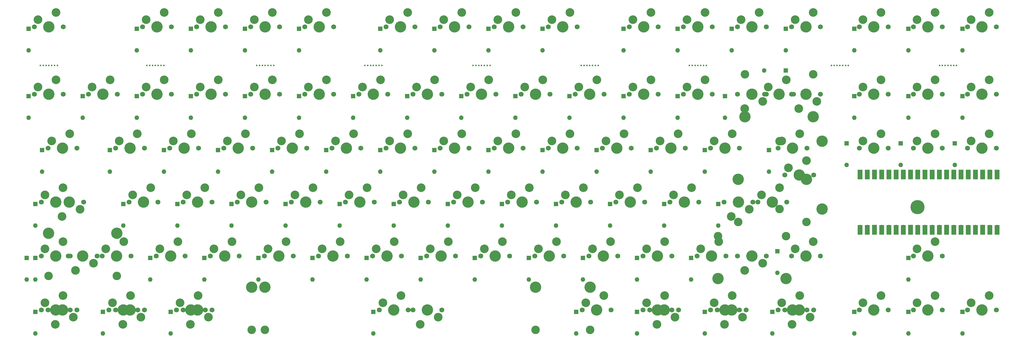
<source format=gts>
G04 #@! TF.GenerationSoftware,KiCad,Pcbnew,7.0.10*
G04 #@! TF.CreationDate,2024-03-13T13:30:19+01:00*
G04 #@! TF.ProjectId,bb-pcb-v1,62622d70-6362-42d7-9631-2e6b69636164,rev?*
G04 #@! TF.SameCoordinates,Original*
G04 #@! TF.FileFunction,Soldermask,Top*
G04 #@! TF.FilePolarity,Negative*
%FSLAX46Y46*%
G04 Gerber Fmt 4.6, Leading zero omitted, Abs format (unit mm)*
G04 Created by KiCad (PCBNEW 7.0.10) date 2024-03-13 13:30:19*
%MOMM*%
%LPD*%
G01*
G04 APERTURE LIST*
%ADD10C,5.000000*%
%ADD11C,1.750000*%
%ADD12C,3.050000*%
%ADD13C,4.000000*%
%ADD14C,3.000000*%
%ADD15C,0.600000*%
%ADD16O,1.700000X1.700000*%
%ADD17R,1.700000X3.500000*%
%ADD18R,1.700000X1.700000*%
%ADD19R,1.600000X1.600000*%
%ADD20O,1.600000X1.600000*%
G04 APERTURE END LIST*
D10*
X334565558Y-92273459D03*
D11*
X333057500Y-28575000D03*
D12*
X334327500Y-26035000D03*
D13*
X338137500Y-28575000D03*
D12*
X340677500Y-23495000D03*
D11*
X343217500Y-28575000D03*
X209232500Y-90487500D03*
D12*
X210502500Y-87947500D03*
D13*
X214312500Y-90487500D03*
D12*
X216852500Y-85407500D03*
D11*
X219392500Y-90487500D03*
X23495000Y-28575000D03*
D12*
X24765000Y-26035000D03*
D13*
X28575000Y-28575000D03*
D12*
X31115000Y-23495000D03*
D11*
X33655000Y-28575000D03*
X137795000Y-52387500D03*
D12*
X139065000Y-49847500D03*
D13*
X142875000Y-52387500D03*
D12*
X145415000Y-47307500D03*
D11*
X147955000Y-52387500D03*
X352107500Y-52387500D03*
D12*
X353377500Y-49847500D03*
D13*
X357187500Y-52387500D03*
D12*
X359727500Y-47307500D03*
D11*
X362267500Y-52387500D03*
X109220000Y-71437500D03*
D12*
X110490000Y-68897500D03*
D13*
X114300000Y-71437500D03*
D12*
X116840000Y-66357500D03*
D11*
X119380000Y-71437500D03*
X61595000Y-52387500D03*
D12*
X62865000Y-49847500D03*
D13*
X66675000Y-52387500D03*
D12*
X69215000Y-47307500D03*
D11*
X71755000Y-52387500D03*
X66357500Y-109537500D03*
D12*
X67627500Y-106997500D03*
D13*
X71437500Y-109537500D03*
D12*
X73977500Y-104457500D03*
D11*
X76517500Y-109537500D03*
D13*
X100018750Y-120587500D03*
D14*
X100018750Y-135587500D03*
D11*
X144938750Y-128587500D03*
D12*
X146208750Y-126047500D03*
D13*
X150018750Y-128587500D03*
D12*
X152558750Y-123507500D03*
D11*
X155098750Y-128587500D03*
D13*
X200018750Y-120587500D03*
D14*
X200018750Y-135587500D03*
D11*
X261620000Y-128587500D03*
D12*
X262890000Y-126047500D03*
D13*
X266700000Y-128587500D03*
D12*
X269240000Y-123507500D03*
D11*
X271780000Y-128587500D03*
X242570000Y-71437500D03*
D12*
X243840000Y-68897500D03*
D13*
X247650000Y-71437500D03*
D12*
X250190000Y-66357500D03*
D11*
X252730000Y-71437500D03*
D14*
X219175000Y-135587500D03*
D13*
X219175000Y-120587500D03*
D11*
X167005000Y-128587500D03*
D12*
X165735000Y-131127500D03*
D13*
X161925000Y-128587500D03*
D12*
X159385000Y-133667500D03*
D11*
X156845000Y-128587500D03*
D14*
X104675000Y-135587500D03*
D13*
X104675000Y-120587500D03*
D11*
X285432500Y-71437500D03*
D12*
X286702500Y-68897500D03*
D13*
X290512500Y-71437500D03*
D12*
X293052500Y-66357500D03*
D11*
X295592500Y-71437500D03*
X118745000Y-52387500D03*
D12*
X120015000Y-49847500D03*
D13*
X123825000Y-52387500D03*
D12*
X126365000Y-47307500D03*
D11*
X128905000Y-52387500D03*
D15*
X25574676Y-42267167D03*
X26574676Y-42267167D03*
X27574676Y-42267167D03*
X28574676Y-42267167D03*
X29574676Y-42267167D03*
X30574676Y-42267167D03*
X31574676Y-42267167D03*
D14*
X52481250Y-116537500D03*
D13*
X52481250Y-101537500D03*
D11*
X45561250Y-109537500D03*
D12*
X44291250Y-112077500D03*
D13*
X40481250Y-109537500D03*
D12*
X37941250Y-114617500D03*
D11*
X35401250Y-109537500D03*
D14*
X28481250Y-116537500D03*
D13*
X28481250Y-101537500D03*
D11*
X314007500Y-52387500D03*
D12*
X315277500Y-49847500D03*
D13*
X319087500Y-52387500D03*
D12*
X321627500Y-47307500D03*
D11*
X324167500Y-52387500D03*
X128270000Y-71437500D03*
D12*
X129540000Y-68897500D03*
D13*
X133350000Y-71437500D03*
D12*
X135890000Y-66357500D03*
D11*
X138430000Y-71437500D03*
X261620000Y-71437500D03*
D12*
X262890000Y-68897500D03*
D13*
X266700000Y-71437500D03*
D12*
X269240000Y-66357500D03*
D11*
X271780000Y-71437500D03*
X25876250Y-128587500D03*
D12*
X27146250Y-126047500D03*
D13*
X30956250Y-128587500D03*
D12*
X33496250Y-123507500D03*
D11*
X36036250Y-128587500D03*
D16*
X362584916Y-81637215D03*
D17*
X362584916Y-80737215D03*
D16*
X360044916Y-81637215D03*
D17*
X360044916Y-80737215D03*
D18*
X357504916Y-81637215D03*
D17*
X357504916Y-80737215D03*
D16*
X354964916Y-81637215D03*
D17*
X354964916Y-80737215D03*
D16*
X352424916Y-81637215D03*
D17*
X352424916Y-80737215D03*
D16*
X349884916Y-81637215D03*
D17*
X349884916Y-80737215D03*
D16*
X347344916Y-81637215D03*
D17*
X347344916Y-80737215D03*
D18*
X344804916Y-81637215D03*
D17*
X344804916Y-80737215D03*
D16*
X342264916Y-81637215D03*
D17*
X342264916Y-80737215D03*
D16*
X339724916Y-81637215D03*
D17*
X339724916Y-80737215D03*
D16*
X337184916Y-81637215D03*
D17*
X337184916Y-80737215D03*
D16*
X334644916Y-81637215D03*
D17*
X334644916Y-80737215D03*
D18*
X332104916Y-81637215D03*
D17*
X332104916Y-80737215D03*
D16*
X329564916Y-81637215D03*
D17*
X329564916Y-80737215D03*
D16*
X327024916Y-81637215D03*
D17*
X327024916Y-80737215D03*
D16*
X324484916Y-81637215D03*
D17*
X324484916Y-80737215D03*
D16*
X321944916Y-81637215D03*
D17*
X321944916Y-80737215D03*
D18*
X319404916Y-81637215D03*
D17*
X319404916Y-80737215D03*
D16*
X316864916Y-81637215D03*
D17*
X316864916Y-80737215D03*
D16*
X314324916Y-81637215D03*
D17*
X314324916Y-80737215D03*
D16*
X314324916Y-99417215D03*
D17*
X314324916Y-100317215D03*
D16*
X316864916Y-99417215D03*
D17*
X316864916Y-100317215D03*
D18*
X319404916Y-99417215D03*
D17*
X319404916Y-100317215D03*
D16*
X321944916Y-99417215D03*
D17*
X321944916Y-100317215D03*
D16*
X324484916Y-99417215D03*
D17*
X324484916Y-100317215D03*
D16*
X327024916Y-99417215D03*
D17*
X327024916Y-100317215D03*
D16*
X329564916Y-99417215D03*
D17*
X329564916Y-100317215D03*
D18*
X332104916Y-99417215D03*
D17*
X332104916Y-100317215D03*
D16*
X334644916Y-99417215D03*
D17*
X334644916Y-100317215D03*
D16*
X337184916Y-99417215D03*
D17*
X337184916Y-100317215D03*
D16*
X339724916Y-99417215D03*
D17*
X339724916Y-100317215D03*
D16*
X342264916Y-99417215D03*
D17*
X342264916Y-100317215D03*
D18*
X344804916Y-99417215D03*
D17*
X344804916Y-100317215D03*
D16*
X347344916Y-99417215D03*
D17*
X347344916Y-100317215D03*
D16*
X349884916Y-99417215D03*
D17*
X349884916Y-100317215D03*
D16*
X352424916Y-99417215D03*
D17*
X352424916Y-100317215D03*
D16*
X354964916Y-99417215D03*
D17*
X354964916Y-100317215D03*
D18*
X357504916Y-99417215D03*
D17*
X357504916Y-100317215D03*
D16*
X360044916Y-99417215D03*
D17*
X360044916Y-100317215D03*
D16*
X362584916Y-99417215D03*
D17*
X362584916Y-100317215D03*
D11*
X25876250Y-90487500D03*
D12*
X27146250Y-87947500D03*
D13*
X30956250Y-90487500D03*
D12*
X33496250Y-85407500D03*
D11*
X36036250Y-90487500D03*
X80645000Y-52387500D03*
D12*
X81915000Y-49847500D03*
D13*
X85725000Y-52387500D03*
D12*
X88265000Y-47307500D03*
D11*
X90805000Y-52387500D03*
X271145000Y-28575000D03*
D12*
X272415000Y-26035000D03*
D13*
X276225000Y-28575000D03*
D12*
X278765000Y-23495000D03*
D11*
X281305000Y-28575000D03*
X290195000Y-28575000D03*
D12*
X291465000Y-26035000D03*
D13*
X295275000Y-28575000D03*
D12*
X297815000Y-23495000D03*
D11*
X300355000Y-28575000D03*
X252095000Y-28575000D03*
D12*
X253365000Y-26035000D03*
D13*
X257175000Y-28575000D03*
D12*
X259715000Y-23495000D03*
D11*
X262255000Y-28575000D03*
X38417500Y-128587500D03*
D12*
X37147500Y-131127500D03*
D13*
X33337500Y-128587500D03*
D12*
X30797500Y-133667500D03*
D11*
X28257500Y-128587500D03*
X23495000Y-52387500D03*
D12*
X24765000Y-49847500D03*
D13*
X28575000Y-52387500D03*
D12*
X31115000Y-47307500D03*
D11*
X33655000Y-52387500D03*
X352107500Y-128587500D03*
D12*
X353377500Y-126047500D03*
D13*
X357187500Y-128587500D03*
D12*
X359727500Y-123507500D03*
D11*
X362267500Y-128587500D03*
D15*
X254174868Y-42267167D03*
X255174868Y-42267167D03*
X256174868Y-42267167D03*
X257174868Y-42267167D03*
X258174868Y-42267167D03*
X259174868Y-42267167D03*
X260174868Y-42267167D03*
D11*
X228282500Y-90487500D03*
D12*
X229552500Y-87947500D03*
D13*
X233362500Y-90487500D03*
D12*
X235902500Y-85407500D03*
D11*
X238442500Y-90487500D03*
D15*
X139874772Y-42267167D03*
X140874772Y-42267167D03*
X141874772Y-42267167D03*
X142874772Y-42267167D03*
X143874772Y-42267167D03*
X144874772Y-42267167D03*
X145874772Y-42267167D03*
D11*
X252095000Y-52387500D03*
D12*
X253365000Y-49847500D03*
D13*
X257175000Y-52387500D03*
D12*
X259715000Y-47307500D03*
D11*
X262255000Y-52387500D03*
X166370000Y-28575000D03*
D12*
X167640000Y-26035000D03*
D13*
X171450000Y-28575000D03*
D12*
X173990000Y-23495000D03*
D11*
X176530000Y-28575000D03*
X352107500Y-71437500D03*
D12*
X353377500Y-68897500D03*
D13*
X357187500Y-71437500D03*
D12*
X359727500Y-66357500D03*
D11*
X362267500Y-71437500D03*
X99695000Y-28575000D03*
D12*
X100965000Y-26035000D03*
D13*
X104775000Y-28575000D03*
D12*
X107315000Y-23495000D03*
D11*
X109855000Y-28575000D03*
X142557500Y-109537500D03*
D12*
X143827500Y-106997500D03*
D13*
X147637500Y-109537500D03*
D12*
X150177500Y-104457500D03*
D11*
X152717500Y-109537500D03*
X333057500Y-128587500D03*
D12*
X334327500Y-126047500D03*
D13*
X338137500Y-128587500D03*
D12*
X340677500Y-123507500D03*
D11*
X343217500Y-128587500D03*
X175895000Y-52387500D03*
D12*
X177165000Y-49847500D03*
D13*
X180975000Y-52387500D03*
D12*
X183515000Y-47307500D03*
D11*
X186055000Y-52387500D03*
X250348750Y-128587500D03*
D12*
X249078750Y-131127500D03*
D13*
X245268750Y-128587500D03*
D12*
X242728750Y-133667500D03*
D11*
X240188750Y-128587500D03*
X185420000Y-28575000D03*
D12*
X186690000Y-26035000D03*
D13*
X190500000Y-28575000D03*
D12*
X193040000Y-23495000D03*
D11*
X195580000Y-28575000D03*
X218757500Y-109537500D03*
D12*
X220027500Y-106997500D03*
D13*
X223837500Y-109537500D03*
D12*
X226377500Y-104457500D03*
D11*
X228917500Y-109537500D03*
X204470000Y-71437500D03*
D12*
X205740000Y-68897500D03*
D13*
X209550000Y-71437500D03*
D12*
X212090000Y-66357500D03*
D11*
X214630000Y-71437500D03*
X61595000Y-28575000D03*
D12*
X62865000Y-26035000D03*
D13*
X66675000Y-28575000D03*
D12*
X69215000Y-23495000D03*
D11*
X71755000Y-28575000D03*
X90170000Y-71437500D03*
D12*
X91440000Y-68897500D03*
D13*
X95250000Y-71437500D03*
D12*
X97790000Y-66357500D03*
D11*
X100330000Y-71437500D03*
D14*
X285893750Y-68962500D03*
X285893750Y-92962500D03*
D11*
X287813750Y-80962500D03*
D12*
X289083750Y-78422500D03*
D13*
X292893750Y-80962500D03*
D12*
X295433750Y-75882500D03*
D11*
X297973750Y-80962500D03*
D13*
X300893750Y-68962500D03*
X300893750Y-92962500D03*
X271368750Y-82487500D03*
D14*
X271368750Y-97487500D03*
D11*
X278288750Y-90487500D03*
D12*
X279558750Y-87947500D03*
D13*
X283368750Y-90487500D03*
D12*
X285908750Y-85407500D03*
D11*
X288448750Y-90487500D03*
D13*
X295368750Y-82487500D03*
D14*
X295368750Y-97487500D03*
D11*
X133032500Y-90487500D03*
D12*
X134302500Y-87947500D03*
D13*
X138112500Y-90487500D03*
D12*
X140652500Y-85407500D03*
D11*
X143192500Y-90487500D03*
X62230000Y-128587500D03*
D12*
X60960000Y-131127500D03*
D13*
X57150000Y-128587500D03*
D12*
X54610000Y-133667500D03*
D11*
X52070000Y-128587500D03*
X73501250Y-128587500D03*
D12*
X74771250Y-126047500D03*
D13*
X78581250Y-128587500D03*
D12*
X81121250Y-123507500D03*
D11*
X83661250Y-128587500D03*
X297973750Y-128587500D03*
D12*
X296703750Y-131127500D03*
D13*
X292893750Y-128587500D03*
D12*
X290353750Y-133667500D03*
D11*
X287813750Y-128587500D03*
X274161250Y-128587500D03*
D12*
X272891250Y-131127500D03*
D13*
X269081250Y-128587500D03*
D12*
X266541250Y-133667500D03*
D11*
X264001250Y-128587500D03*
X156845000Y-52387500D03*
D12*
X158115000Y-49847500D03*
D13*
X161925000Y-52387500D03*
D12*
X164465000Y-47307500D03*
D11*
X167005000Y-52387500D03*
X300355000Y-52387500D03*
D12*
X299085000Y-54927500D03*
D13*
X295275000Y-52387500D03*
D12*
X292735000Y-57467500D03*
D11*
X290195000Y-52387500D03*
X171132500Y-90487500D03*
D12*
X172402500Y-87947500D03*
D13*
X176212500Y-90487500D03*
D12*
X178752500Y-85407500D03*
D11*
X181292500Y-90487500D03*
X314007500Y-128587500D03*
D12*
X315277500Y-126047500D03*
D13*
X319087500Y-128587500D03*
D12*
X321627500Y-123507500D03*
D11*
X324167500Y-128587500D03*
X185420000Y-71437500D03*
D12*
X186690000Y-68897500D03*
D13*
X190500000Y-71437500D03*
D12*
X193040000Y-66357500D03*
D11*
X195580000Y-71437500D03*
X25876250Y-109537500D03*
D12*
X27146250Y-106997500D03*
D13*
X30956250Y-109537500D03*
D12*
X33496250Y-104457500D03*
D11*
X36036250Y-109537500D03*
X237807500Y-128587500D03*
D12*
X239077500Y-126047500D03*
D13*
X242887500Y-128587500D03*
D12*
X245427500Y-123507500D03*
D11*
X247967500Y-128587500D03*
X333057500Y-109537500D03*
D12*
X334327500Y-106997500D03*
D13*
X338137500Y-109537500D03*
D12*
X340677500Y-104457500D03*
D11*
X343217500Y-109537500D03*
X123507500Y-109537500D03*
D12*
X124777500Y-106997500D03*
D13*
X128587500Y-109537500D03*
D12*
X131127500Y-104457500D03*
D11*
X133667500Y-109537500D03*
X256857500Y-109537500D03*
D12*
X258127500Y-106997500D03*
D13*
X261937500Y-109537500D03*
D12*
X264477500Y-104457500D03*
D11*
X267017500Y-109537500D03*
X290195000Y-109537500D03*
D12*
X291465000Y-106997500D03*
D13*
X295275000Y-109537500D03*
D12*
X297815000Y-104457500D03*
D11*
X300355000Y-109537500D03*
X49688750Y-128587500D03*
D12*
X50958750Y-126047500D03*
D13*
X54768750Y-128587500D03*
D12*
X57308750Y-123507500D03*
D11*
X59848750Y-128587500D03*
X47307500Y-109537500D03*
D12*
X48577500Y-106997500D03*
D13*
X52387500Y-109537500D03*
D12*
X54927500Y-104457500D03*
D11*
X57467500Y-109537500D03*
X216376250Y-128587500D03*
D12*
X217646250Y-126047500D03*
D13*
X221456250Y-128587500D03*
D12*
X223996250Y-123507500D03*
D11*
X226536250Y-128587500D03*
X166370000Y-71437500D03*
D12*
X167640000Y-68897500D03*
D13*
X171450000Y-71437500D03*
D12*
X173990000Y-66357500D03*
D11*
X176530000Y-71437500D03*
D15*
X304181160Y-42267167D03*
X305181160Y-42267167D03*
X306181160Y-42267167D03*
X307181160Y-42267167D03*
X308181160Y-42267167D03*
X309181160Y-42267167D03*
X310181160Y-42267167D03*
D11*
X180657500Y-109537500D03*
D12*
X181927500Y-106997500D03*
D13*
X185737500Y-109537500D03*
D12*
X188277500Y-104457500D03*
D11*
X190817500Y-109537500D03*
D15*
X63079395Y-42267167D03*
X64079395Y-42267167D03*
X65079395Y-42267167D03*
X66079395Y-42267167D03*
X67079395Y-42267167D03*
X68079395Y-42267167D03*
X69079395Y-42267167D03*
D11*
X86042500Y-128587500D03*
D12*
X84772500Y-131127500D03*
D13*
X80962500Y-128587500D03*
D12*
X78422500Y-133667500D03*
D11*
X75882500Y-128587500D03*
X28257500Y-71437500D03*
D12*
X29527500Y-68897500D03*
D13*
X33337500Y-71437500D03*
D12*
X35877500Y-66357500D03*
D11*
X38417500Y-71437500D03*
X333057500Y-52387500D03*
D12*
X334327500Y-49847500D03*
D13*
X338137500Y-52387500D03*
D12*
X340677500Y-47307500D03*
D11*
X343217500Y-52387500D03*
X71120000Y-71437500D03*
D12*
X72390000Y-68897500D03*
D13*
X76200000Y-71437500D03*
D12*
X78740000Y-66357500D03*
D11*
X81280000Y-71437500D03*
D15*
X342281192Y-42267167D03*
X343281192Y-42267167D03*
X344281192Y-42267167D03*
X345281192Y-42267167D03*
X346281192Y-42267167D03*
X347281192Y-42267167D03*
X348281192Y-42267167D03*
D13*
X288225000Y-117537500D03*
D14*
X288225000Y-102537500D03*
D11*
X281305000Y-109537500D03*
D12*
X280035000Y-112077500D03*
D13*
X276225000Y-109537500D03*
D12*
X273685000Y-114617500D03*
D11*
X271145000Y-109537500D03*
D13*
X264225000Y-117537500D03*
D14*
X264225000Y-102537500D03*
D15*
X177974804Y-42267167D03*
X178974804Y-42267167D03*
X179974804Y-42267167D03*
X180974804Y-42267167D03*
X181974804Y-42267167D03*
X182974804Y-42267167D03*
X183974804Y-42267167D03*
D11*
X352107500Y-28575000D03*
D12*
X353377500Y-26035000D03*
D13*
X357187500Y-28575000D03*
D12*
X359727500Y-23495000D03*
D11*
X362267500Y-28575000D03*
X213995000Y-52387500D03*
D12*
X215265000Y-49847500D03*
D13*
X219075000Y-52387500D03*
D12*
X221615000Y-47307500D03*
D11*
X224155000Y-52387500D03*
X85407500Y-109537500D03*
D12*
X86677500Y-106997500D03*
D13*
X90487500Y-109537500D03*
D12*
X93027500Y-104457500D03*
D11*
X95567500Y-109537500D03*
X118745000Y-28575000D03*
D12*
X120015000Y-26035000D03*
D13*
X123825000Y-28575000D03*
D12*
X126365000Y-23495000D03*
D11*
X128905000Y-28575000D03*
X147320000Y-71437500D03*
D12*
X148590000Y-68897500D03*
D13*
X152400000Y-71437500D03*
D12*
X154940000Y-66357500D03*
D11*
X157480000Y-71437500D03*
X247332500Y-90487500D03*
D12*
X248602500Y-87947500D03*
D13*
X252412500Y-90487500D03*
D12*
X254952500Y-85407500D03*
D11*
X257492500Y-90487500D03*
X147320000Y-28575000D03*
D12*
X148590000Y-26035000D03*
D13*
X152400000Y-28575000D03*
D12*
X154940000Y-23495000D03*
D11*
X157480000Y-28575000D03*
X333057500Y-71437500D03*
D12*
X334327500Y-68897500D03*
D13*
X338137500Y-71437500D03*
D12*
X340677500Y-66357500D03*
D11*
X343217500Y-71437500D03*
X40798750Y-90487500D03*
D12*
X39528750Y-93027500D03*
D13*
X35718750Y-90487500D03*
D12*
X33178750Y-95567500D03*
D11*
X30638750Y-90487500D03*
X223520000Y-71437500D03*
D12*
X224790000Y-68897500D03*
D13*
X228600000Y-71437500D03*
D12*
X231140000Y-66357500D03*
D11*
X233680000Y-71437500D03*
D15*
X216074836Y-42267167D03*
X217074836Y-42267167D03*
X218074836Y-42267167D03*
X219074836Y-42267167D03*
X220074836Y-42267167D03*
X221074836Y-42267167D03*
X222074836Y-42267167D03*
D11*
X152082500Y-90487500D03*
D12*
X153352500Y-87947500D03*
D13*
X157162500Y-90487500D03*
D12*
X159702500Y-85407500D03*
D11*
X162242500Y-90487500D03*
X99695000Y-52387500D03*
D12*
X100965000Y-49847500D03*
D13*
X104775000Y-52387500D03*
D12*
X107315000Y-47307500D03*
D11*
X109855000Y-52387500D03*
X190182500Y-90487500D03*
D12*
X191452500Y-87947500D03*
D13*
X195262500Y-90487500D03*
D12*
X197802500Y-85407500D03*
D11*
X200342500Y-90487500D03*
X285432500Y-128587500D03*
D12*
X286702500Y-126047500D03*
D13*
X290512500Y-128587500D03*
D12*
X293052500Y-123507500D03*
D11*
X295592500Y-128587500D03*
X314007500Y-28575000D03*
D12*
X315277500Y-26035000D03*
D13*
X319087500Y-28575000D03*
D12*
X321627500Y-23495000D03*
D11*
X324167500Y-28575000D03*
X56832500Y-90487500D03*
D12*
X58102500Y-87947500D03*
D13*
X61912500Y-90487500D03*
D12*
X64452500Y-85407500D03*
D11*
X66992500Y-90487500D03*
X199707500Y-109537500D03*
D12*
X200977500Y-106997500D03*
D13*
X204787500Y-109537500D03*
D12*
X207327500Y-104457500D03*
D11*
X209867500Y-109537500D03*
X204470000Y-28575000D03*
D12*
X205740000Y-26035000D03*
D13*
X209550000Y-28575000D03*
D12*
X212090000Y-23495000D03*
D11*
X214630000Y-28575000D03*
X233045000Y-52387500D03*
D12*
X234315000Y-49847500D03*
D13*
X238125000Y-52387500D03*
D12*
X240665000Y-47307500D03*
D11*
X243205000Y-52387500D03*
X237807500Y-109537500D03*
D12*
X239077500Y-106997500D03*
D13*
X242887500Y-109537500D03*
D12*
X245427500Y-104457500D03*
D11*
X247967500Y-109537500D03*
X276542500Y-90487500D03*
D12*
X275272500Y-93027500D03*
D13*
X271462500Y-90487500D03*
D12*
X268922500Y-95567500D03*
D11*
X266382500Y-90487500D03*
X194945000Y-52387500D03*
D12*
X196215000Y-49847500D03*
D13*
X200025000Y-52387500D03*
D12*
X202565000Y-47307500D03*
D11*
X205105000Y-52387500D03*
X314007500Y-71437500D03*
D12*
X315277500Y-68897500D03*
D13*
X319087500Y-71437500D03*
D12*
X321627500Y-66357500D03*
D11*
X324167500Y-71437500D03*
X75882500Y-90487500D03*
D12*
X77152500Y-87947500D03*
D13*
X80962500Y-90487500D03*
D12*
X83502500Y-85407500D03*
D11*
X86042500Y-90487500D03*
X52070000Y-71437500D03*
D12*
X53340000Y-68897500D03*
D13*
X57150000Y-71437500D03*
D12*
X59690000Y-66357500D03*
D11*
X62230000Y-71437500D03*
X233045000Y-28575000D03*
D12*
X234315000Y-26035000D03*
D13*
X238125000Y-28575000D03*
D12*
X240665000Y-23495000D03*
D11*
X243205000Y-28575000D03*
X80645000Y-28575000D03*
D12*
X81915000Y-26035000D03*
D13*
X85725000Y-28575000D03*
D12*
X88265000Y-23495000D03*
D11*
X90805000Y-28575000D03*
D14*
X273750000Y-45387500D03*
D13*
X273750000Y-60387500D03*
D11*
X280670000Y-52387500D03*
D12*
X281940000Y-49847500D03*
D13*
X285750000Y-52387500D03*
D12*
X288290000Y-47307500D03*
D11*
X290830000Y-52387500D03*
D14*
X297750000Y-45387500D03*
D13*
X297750000Y-60387500D03*
D11*
X113982500Y-90487500D03*
D12*
X115252500Y-87947500D03*
D13*
X119062500Y-90487500D03*
D12*
X121602500Y-85407500D03*
D11*
X124142500Y-90487500D03*
X281305000Y-52387500D03*
D12*
X280035000Y-54927500D03*
D13*
X276225000Y-52387500D03*
D12*
X273685000Y-57467500D03*
D11*
X271145000Y-52387500D03*
X161607500Y-109537500D03*
D12*
X162877500Y-106997500D03*
D13*
X166687500Y-109537500D03*
D12*
X169227500Y-104457500D03*
D11*
X171767500Y-109537500D03*
D15*
X101774740Y-42267167D03*
X102774740Y-42267167D03*
X103774740Y-42267167D03*
X104774740Y-42267167D03*
X105774740Y-42267167D03*
X106774740Y-42267167D03*
X107774740Y-42267167D03*
D11*
X94932500Y-90487500D03*
D12*
X96202500Y-87947500D03*
D13*
X100012500Y-90487500D03*
D12*
X102552500Y-85407500D03*
D11*
X105092500Y-90487500D03*
X104457500Y-109537500D03*
D12*
X105727500Y-106997500D03*
D13*
X109537500Y-109537500D03*
D12*
X112077500Y-104457500D03*
D11*
X114617500Y-109537500D03*
X42545000Y-52387500D03*
D12*
X43815000Y-49847500D03*
D13*
X47625000Y-52387500D03*
D12*
X50165000Y-47307500D03*
D11*
X52705000Y-52387500D03*
D19*
X269081250Y-29289375D03*
D20*
X269081250Y-36909375D03*
D19*
X211931250Y-53101875D03*
D20*
X211931250Y-60721875D03*
D19*
X173831250Y-53101875D03*
D20*
X173831250Y-60721875D03*
D19*
X214312500Y-129301875D03*
D20*
X214312500Y-136921875D03*
D19*
X282178125Y-72151875D03*
D20*
X282178125Y-79771875D03*
D19*
X116681250Y-53101875D03*
D20*
X116681250Y-60721875D03*
D19*
X121443750Y-110251875D03*
D20*
X121443750Y-117871875D03*
D19*
X207168750Y-91201875D03*
D20*
X207168750Y-98821875D03*
D19*
X116681250Y-29289375D03*
D20*
X116681250Y-36909375D03*
D19*
X83343750Y-110251875D03*
D20*
X83343750Y-117871875D03*
D19*
X169068750Y-91201875D03*
D20*
X169068750Y-98821875D03*
D19*
X97631250Y-53101875D03*
D20*
X97631250Y-60721875D03*
D19*
X221456250Y-72151875D03*
D20*
X221456250Y-79771875D03*
D19*
X226218750Y-91201875D03*
D20*
X226218750Y-98821875D03*
D19*
X150018750Y-91201875D03*
D20*
X150018750Y-98821875D03*
D19*
X40481250Y-53101875D03*
D20*
X40481250Y-60721875D03*
D19*
X312261250Y-129301875D03*
D20*
X312261250Y-136921875D03*
D19*
X92868750Y-91201875D03*
D20*
X92868750Y-98821875D03*
D19*
X202406250Y-72151875D03*
D20*
X202406250Y-79771875D03*
D19*
X250031250Y-53101875D03*
D20*
X250031250Y-60721875D03*
D19*
X259556250Y-72151875D03*
D20*
X259556250Y-79771875D03*
D19*
X73818750Y-91201875D03*
D20*
X73818750Y-98821875D03*
D19*
X331311250Y-29289375D03*
D20*
X331311250Y-36909375D03*
D19*
X64293750Y-110251875D03*
D20*
X64293750Y-117871875D03*
D19*
X26193750Y-72151875D03*
D20*
X26193750Y-79771875D03*
D19*
X266700000Y-53101875D03*
D20*
X266700000Y-60721875D03*
D19*
X259556250Y-129301875D03*
D20*
X259556250Y-136921875D03*
D19*
X331311250Y-53101875D03*
D20*
X331311250Y-60721875D03*
D19*
X102393750Y-110251875D03*
D20*
X102393750Y-117871875D03*
D19*
X154781250Y-53101875D03*
D20*
X154781250Y-60721875D03*
D19*
X50006250Y-72151875D03*
D20*
X50006250Y-79771875D03*
D19*
X111918750Y-91201875D03*
D20*
X111918750Y-98821875D03*
D19*
X97631250Y-29289375D03*
D20*
X97631250Y-36909375D03*
D19*
X254793750Y-110251875D03*
D20*
X254793750Y-117871875D03*
D19*
X240506250Y-72151875D03*
D20*
X240506250Y-79771875D03*
D19*
X350361250Y-29289375D03*
D20*
X350361250Y-36909375D03*
D19*
X47625000Y-129301875D03*
D20*
X47625000Y-136921875D03*
D19*
X130968750Y-91201875D03*
D20*
X130968750Y-98821875D03*
D19*
X230981250Y-53101875D03*
D20*
X230981250Y-60721875D03*
D19*
X142875000Y-129301875D03*
D20*
X142875000Y-136921875D03*
D19*
X178593750Y-110251875D03*
D20*
X178593750Y-117871875D03*
D19*
X183356250Y-72151875D03*
D20*
X183356250Y-79771875D03*
D19*
X197643750Y-110251875D03*
D20*
X197643750Y-117871875D03*
D19*
X328612500Y-69770625D03*
D20*
X328612500Y-77390625D03*
D19*
X159543750Y-110251875D03*
D20*
X159543750Y-117871875D03*
D19*
X59531250Y-29289375D03*
D20*
X59531250Y-36909375D03*
D19*
X135731250Y-53101875D03*
D20*
X135731250Y-60721875D03*
D19*
X192881250Y-53101875D03*
D20*
X192881250Y-60721875D03*
D19*
X245268750Y-91201875D03*
D20*
X245268750Y-98821875D03*
D19*
X140493750Y-110251875D03*
D20*
X140493750Y-117871875D03*
D19*
X20741414Y-110223185D03*
D20*
X20741414Y-117843185D03*
D19*
X59531250Y-53101875D03*
D20*
X59531250Y-60721875D03*
D19*
X309562500Y-69770625D03*
D20*
X309562500Y-77390625D03*
D19*
X347662500Y-69770625D03*
D20*
X347662500Y-77390625D03*
D19*
X69056250Y-72151875D03*
D20*
X69056250Y-79771875D03*
D19*
X235743750Y-129301875D03*
D20*
X235743750Y-136921875D03*
D19*
X23812500Y-110251875D03*
D20*
X23812500Y-117871875D03*
D19*
X312261250Y-53101875D03*
D20*
X312261250Y-60721875D03*
D19*
X126206250Y-72151875D03*
D20*
X126206250Y-79771875D03*
D19*
X164306250Y-72151875D03*
D20*
X164306250Y-79771875D03*
D19*
X164306250Y-29289375D03*
D20*
X164306250Y-36909375D03*
D19*
X202406250Y-29289375D03*
D20*
X202406250Y-36909375D03*
D19*
X107156250Y-72151875D03*
D20*
X107156250Y-79771875D03*
D19*
X21431250Y-29289375D03*
D20*
X21431250Y-36909375D03*
D19*
X250031250Y-29289375D03*
D20*
X250031250Y-36909375D03*
D19*
X188118750Y-91201875D03*
D20*
X188118750Y-98821875D03*
D19*
X78581250Y-29289375D03*
D20*
X78581250Y-36909375D03*
D19*
X283368750Y-129301875D03*
D20*
X283368750Y-136921875D03*
D19*
X145256250Y-72151875D03*
D20*
X145256250Y-79771875D03*
D19*
X312261250Y-29289375D03*
D20*
X312261250Y-36909375D03*
D19*
X350361250Y-53101875D03*
D20*
X350361250Y-60721875D03*
D19*
X331311250Y-129301875D03*
D20*
X331311250Y-136921875D03*
D19*
X23812500Y-129301875D03*
D20*
X23812500Y-136921875D03*
D19*
X88106250Y-72151875D03*
D20*
X88106250Y-79771875D03*
D19*
X230981250Y-29289375D03*
D20*
X230981250Y-36909375D03*
D19*
X350361250Y-129301875D03*
D20*
X350361250Y-136921875D03*
D19*
X78581250Y-53101875D03*
D20*
X78581250Y-60721875D03*
D19*
X71437500Y-129301875D03*
D20*
X71437500Y-136921875D03*
D19*
X145256250Y-29289375D03*
D20*
X145256250Y-36909375D03*
D19*
X54768750Y-91201875D03*
D20*
X54768750Y-98821875D03*
D19*
X21431250Y-53101875D03*
D20*
X21431250Y-60721875D03*
D19*
X288131250Y-29289375D03*
D20*
X288131250Y-36909375D03*
D19*
X288131144Y-44053106D03*
D20*
X280511144Y-44053106D03*
D19*
X216693750Y-110251875D03*
D20*
X216693750Y-117871875D03*
D19*
X331311250Y-110251875D03*
D20*
X331311250Y-117871875D03*
D19*
X285154579Y-107870666D03*
D20*
X285154579Y-115490666D03*
D19*
X183356250Y-29289375D03*
D20*
X183356250Y-36909375D03*
D19*
X264318750Y-91201875D03*
D20*
X264318750Y-98821875D03*
D19*
X23812500Y-91201875D03*
D20*
X23812500Y-98821875D03*
D19*
X235743750Y-110251875D03*
D20*
X235743750Y-117871875D03*
M02*

</source>
